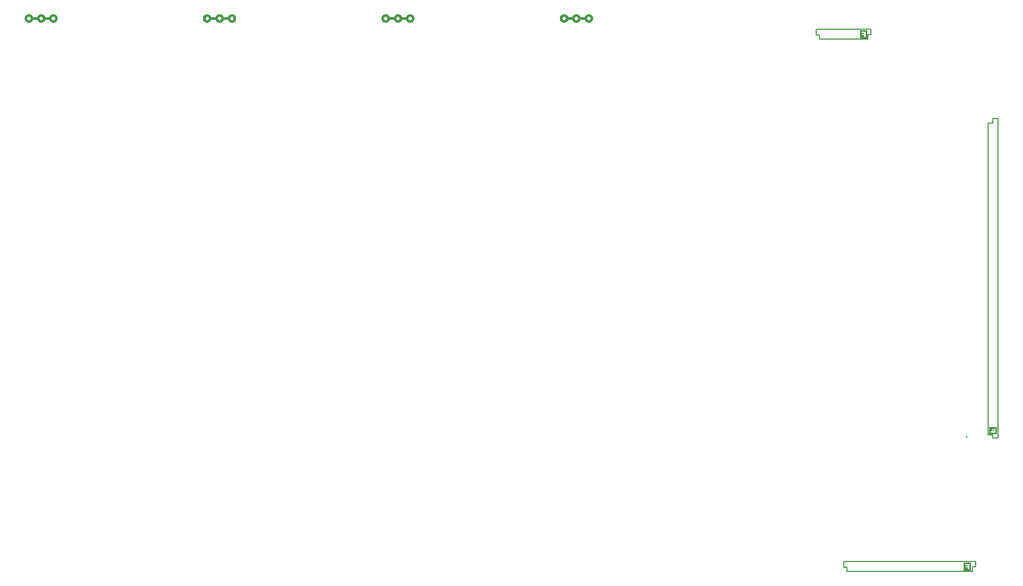
<source format=gbo>
G04*
G04 #@! TF.GenerationSoftware,Altium Limited,Altium Designer,19.1.5 (86)*
G04*
G04 Layer_Color=32896*
%FSLAX25Y25*%
%MOIN*%
G70*
G01*
G75*
%ADD12C,0.00787*%
%ADD19C,0.00591*%
%ADD244C,0.01575*%
G36*
X66492Y-9248D02*
X62049D01*
Y-4053D01*
X66492D01*
Y-9248D01*
D02*
G37*
G36*
X75Y331106D02*
X-4368D01*
Y336301D01*
X75D01*
Y331106D01*
D02*
G37*
G36*
X83289Y78095D02*
X78095D01*
Y82537D01*
X83289D01*
Y78095D01*
D02*
G37*
%LPC*%
G36*
X65492Y-5053D02*
X63049D01*
Y-8248D01*
Y-5741D01*
X64501D01*
Y-6295D01*
X63259D01*
Y-6942D01*
X64501D01*
Y-8248D01*
X65492D01*
Y-5053D01*
D02*
G37*
G36*
X-925Y335301D02*
X-3368D01*
Y332106D01*
Y334613D01*
X-1916D01*
Y334059D01*
X-3158D01*
Y333412D01*
X-1916D01*
Y332106D01*
X-925D01*
Y335301D01*
D02*
G37*
G36*
X82289Y81537D02*
X81601D01*
Y80086D01*
X81048D01*
Y81327D01*
X80400D01*
Y80086D01*
X79094D01*
Y81537D01*
Y79094D01*
X82289D01*
Y81537D01*
D02*
G37*
%LPD*%
D12*
X63906Y76874D02*
Y76087D01*
Y76874D01*
D19*
X17658Y-3370D02*
X69626D01*
X13425Y-9823D02*
X67559D01*
Y-6750D01*
X69626D01*
Y-3447D01*
X-14823Y-3370D02*
X17658D01*
X-14823Y-7045D02*
Y-3348D01*
Y-7045D02*
X-12854D01*
Y-9801D02*
Y-7045D01*
Y-9823D02*
X13425D01*
X-24843Y336984D02*
X2551Y336984D01*
X-29075Y330532D02*
X551D01*
X551Y333681D02*
X551Y330532D01*
X551Y333681D02*
X2551D01*
Y336984D01*
X-32323D02*
X-24843Y336984D01*
X-32323Y333287D02*
Y336984D01*
Y333287D02*
X-30354D01*
Y330532D02*
Y333287D01*
Y330532D02*
X-29075D01*
X83973Y75618D02*
X83973Y274118D01*
Y280118D01*
X83473D02*
X83973D01*
X80472D02*
X83473D01*
X80472Y277118D02*
Y280118D01*
X77473Y277118D02*
X80472D01*
X77473Y77618D02*
Y277118D01*
Y77618D02*
X80472D01*
Y75618D02*
Y77618D01*
Y75618D02*
X83973D01*
D244*
X-176255Y344013D02*
X-176514Y344980D01*
X-177222Y345688D01*
X-178189Y345947D01*
X-179156Y345688D01*
X-179864Y344980D01*
X-180123Y344013D01*
X-179864Y343046D01*
X-179156Y342339D01*
X-178189Y342079D01*
X-177222Y342339D01*
X-176514Y343046D01*
X-176255Y344013D01*
X-192003D02*
X-192262Y344980D01*
X-192970Y345688D01*
X-193937Y345947D01*
X-194904Y345688D01*
X-195612Y344980D01*
X-195871Y344013D01*
X-195612Y343046D01*
X-194904Y342339D01*
X-193937Y342079D01*
X-192970Y342339D01*
X-192262Y343046D01*
X-192003Y344013D01*
X-184129D02*
X-184388Y344980D01*
X-185096Y345688D01*
X-186063Y345947D01*
X-187030Y345688D01*
X-187738Y344980D01*
X-187997Y344013D01*
X-187738Y343046D01*
X-187030Y342339D01*
X-186063Y342079D01*
X-185096Y342339D01*
X-184388Y343046D01*
X-184129Y344013D01*
X-290428D02*
X-290687Y344980D01*
X-291395Y345688D01*
X-292362Y345947D01*
X-293329Y345688D01*
X-294037Y344980D01*
X-294296Y344013D01*
X-294037Y343046D01*
X-293329Y342339D01*
X-292362Y342079D01*
X-291395Y342339D01*
X-290687Y343046D01*
X-290428Y344013D01*
X-306176D02*
X-306435Y344980D01*
X-307143Y345688D01*
X-308110Y345947D01*
X-309077Y345688D01*
X-309785Y344980D01*
X-310044Y344013D01*
X-309785Y343046D01*
X-309077Y342339D01*
X-308110Y342079D01*
X-307143Y342339D01*
X-306435Y343046D01*
X-306176Y344013D01*
X-298302D02*
X-298562Y344980D01*
X-299269Y345688D01*
X-300236Y345947D01*
X-301203Y345688D01*
X-301911Y344980D01*
X-302170Y344013D01*
X-301911Y343046D01*
X-301203Y342339D01*
X-300236Y342079D01*
X-299269Y342339D01*
X-298562Y343046D01*
X-298302Y344013D01*
X-404602D02*
X-404861Y344980D01*
X-405569Y345688D01*
X-406535Y345947D01*
X-407502Y345688D01*
X-408210Y344980D01*
X-408469Y344013D01*
X-408210Y343046D01*
X-407502Y342339D01*
X-406535Y342079D01*
X-405569Y342339D01*
X-404861Y343046D01*
X-404602Y344013D01*
X-420350D02*
X-420609Y344980D01*
X-421317Y345688D01*
X-422283Y345947D01*
X-423250Y345688D01*
X-423958Y344980D01*
X-424217Y344013D01*
X-423958Y343046D01*
X-423250Y342339D01*
X-422283Y342079D01*
X-421317Y342339D01*
X-420609Y343046D01*
X-420350Y344013D01*
X-412476D02*
X-412735Y344980D01*
X-413443Y345688D01*
X-414409Y345947D01*
X-415376Y345688D01*
X-416084Y344980D01*
X-416343Y344013D01*
X-416084Y343046D01*
X-415376Y342339D01*
X-414409Y342079D01*
X-413443Y342339D01*
X-412735Y343046D01*
X-412476Y344013D01*
X-518775Y344013D02*
X-519034Y344980D01*
X-519742Y345688D01*
X-520709Y345947D01*
X-521675Y345688D01*
X-522383Y344980D01*
X-522642Y344013D01*
X-522383Y343046D01*
X-521675Y342339D01*
X-520709Y342079D01*
X-519742Y342339D01*
X-519034Y343046D01*
X-518775Y344013D01*
X-534523D02*
X-534782Y344980D01*
X-535490Y345688D01*
X-536457Y345947D01*
X-537424Y345688D01*
X-538131Y344980D01*
X-538390Y344013D01*
X-538131Y343046D01*
X-537424Y342339D01*
X-536457Y342079D01*
X-535490Y342339D01*
X-534782Y343046D01*
X-534523Y344013D01*
X-526649D02*
X-526908Y344980D01*
X-527616Y345688D01*
X-528583Y345947D01*
X-529550Y345688D01*
X-530257Y344980D01*
X-530516Y344013D01*
X-530257Y343046D01*
X-529550Y342339D01*
X-528583Y342079D01*
X-527616Y342339D01*
X-526908Y343046D01*
X-526649Y344013D01*
X-184095Y344013D02*
X-180157D01*
X-191969D02*
X-188031D01*
X-298268D02*
X-294331D01*
X-306142D02*
X-302205D01*
X-412441D02*
X-408504D01*
X-420315D02*
X-416378D01*
X-526614Y344013D02*
X-522677D01*
X-534488D02*
X-530551D01*
M02*

</source>
